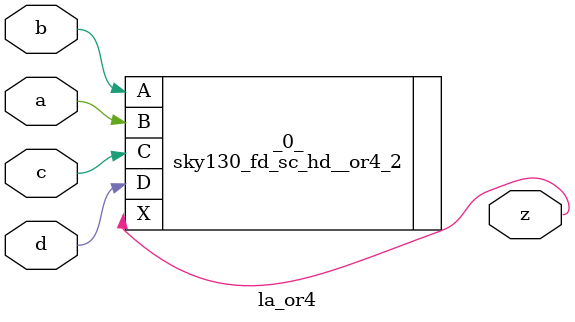
<source format=v>

module la_or4(a, b, c, d, z);
  input a;
  input b;
  input c;
  input d;
  output z;
  sky130_fd_sc_hd__or4_2 _0_ (
    .A(b),
    .B(a),
    .C(c),
    .D(d),
    .X(z)
  );
endmodule

</source>
